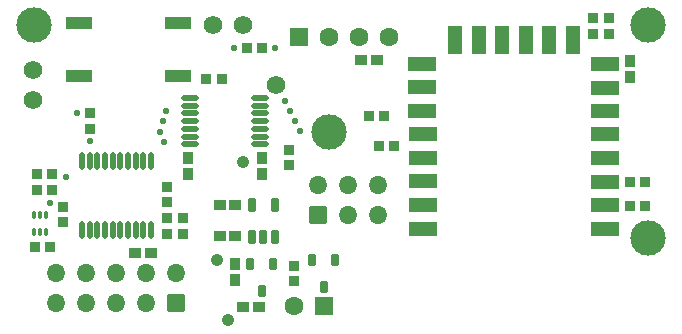
<source format=gbr>
%TF.GenerationSoftware,Altium Limited,Altium Designer,20.1.8 (145)*%
G04 Layer_Color=39423*
%FSLAX45Y45*%
%MOMM*%
%TF.SameCoordinates,A8D28DC8-49F5-44E5-8DCE-E7A12525CE2F*%
%TF.FilePolarity,Negative*%
%TF.FileFunction,Soldermask,Top*%
%TF.Part,Single*%
G01*
G75*
%TA.AperFunction,ViaPad*%
%ADD34C,3.00000*%
%TA.AperFunction,ComponentPad*%
%ADD38C,1.57600*%
G04:AMPARAMS|DCode=39|XSize=1.576mm|YSize=1.526mm|CornerRadius=0.21925mm|HoleSize=0mm|Usage=FLASHONLY|Rotation=0.000|XOffset=0mm|YOffset=0mm|HoleType=Round|Shape=RoundedRectangle|*
%AMROUNDEDRECTD39*
21,1,1.57600,1.08750,0,0,0.0*
21,1,1.13750,1.52600,0,0,0.0*
1,1,0.43850,0.56875,-0.54375*
1,1,0.43850,-0.56875,-0.54375*
1,1,0.43850,-0.56875,0.54375*
1,1,0.43850,0.56875,0.54375*
%
%ADD39ROUNDEDRECTD39*%
%ADD40O,1.57600X1.52600*%
%ADD41C,1.60000*%
G04:AMPARAMS|DCode=42|XSize=1.6mm|YSize=1.6mm|CornerRadius=0.2285mm|HoleSize=0mm|Usage=FLASHONLY|Rotation=180.000|XOffset=0mm|YOffset=0mm|HoleType=Round|Shape=RoundedRectangle|*
%AMROUNDEDRECTD42*
21,1,1.60000,1.14300,0,0,180.0*
21,1,1.14300,1.60000,0,0,180.0*
1,1,0.45700,-0.57150,0.57150*
1,1,0.45700,0.57150,0.57150*
1,1,0.45700,0.57150,-0.57150*
1,1,0.45700,-0.57150,-0.57150*
%
%ADD42ROUNDEDRECTD42*%
%TA.AperFunction,ConnectorPad*%
G04:AMPARAMS|DCode=49|XSize=1.176mm|YSize=2.376mm|CornerRadius=0.0435mm|HoleSize=0mm|Usage=FLASHONLY|Rotation=270.000|XOffset=0mm|YOffset=0mm|HoleType=Round|Shape=RoundedRectangle|*
%AMROUNDEDRECTD49*
21,1,1.17600,2.28900,0,0,270.0*
21,1,1.08900,2.37600,0,0,270.0*
1,1,0.08700,-1.14450,-0.54450*
1,1,0.08700,-1.14450,0.54450*
1,1,0.08700,1.14450,0.54450*
1,1,0.08700,1.14450,-0.54450*
%
%ADD49ROUNDEDRECTD49*%
G04:AMPARAMS|DCode=50|XSize=1.176mm|YSize=2.376mm|CornerRadius=0.0435mm|HoleSize=0mm|Usage=FLASHONLY|Rotation=0.000|XOffset=0mm|YOffset=0mm|HoleType=Round|Shape=RoundedRectangle|*
%AMROUNDEDRECTD50*
21,1,1.17600,2.28900,0,0,0.0*
21,1,1.08900,2.37600,0,0,0.0*
1,1,0.08700,0.54450,-1.14450*
1,1,0.08700,-0.54450,-1.14450*
1,1,0.08700,-0.54450,1.14450*
1,1,0.08700,0.54450,1.14450*
%
%ADD50ROUNDEDRECTD50*%
%TA.AperFunction,SMDPad,CuDef*%
G04:AMPARAMS|DCode=51|XSize=0.926mm|YSize=0.926mm|CornerRadius=0.0805mm|HoleSize=0mm|Usage=FLASHONLY|Rotation=90.000|XOffset=0mm|YOffset=0mm|HoleType=Round|Shape=RoundedRectangle|*
%AMROUNDEDRECTD51*
21,1,0.92600,0.76500,0,0,90.0*
21,1,0.76500,0.92600,0,0,90.0*
1,1,0.16100,0.38250,0.38250*
1,1,0.16100,0.38250,-0.38250*
1,1,0.16100,-0.38250,-0.38250*
1,1,0.16100,-0.38250,0.38250*
%
%ADD51ROUNDEDRECTD51*%
%ADD52O,0.52600X1.47600*%
%ADD53O,1.47600X0.52600*%
G04:AMPARAMS|DCode=54|XSize=0.926mm|YSize=0.926mm|CornerRadius=0.0805mm|HoleSize=0mm|Usage=FLASHONLY|Rotation=0.000|XOffset=0mm|YOffset=0mm|HoleType=Round|Shape=RoundedRectangle|*
%AMROUNDEDRECTD54*
21,1,0.92600,0.76500,0,0,0.0*
21,1,0.76500,0.92600,0,0,0.0*
1,1,0.16100,0.38250,-0.38250*
1,1,0.16100,-0.38250,-0.38250*
1,1,0.16100,-0.38250,0.38250*
1,1,0.16100,0.38250,0.38250*
%
%ADD54ROUNDEDRECTD54*%
%ADD55C,1.07600*%
%ADD56C,0.57600*%
G04:AMPARAMS|DCode=57|XSize=0.626mm|YSize=0.976mm|CornerRadius=0.0655mm|HoleSize=0mm|Usage=FLASHONLY|Rotation=0.000|XOffset=0mm|YOffset=0mm|HoleType=Round|Shape=RoundedRectangle|*
%AMROUNDEDRECTD57*
21,1,0.62600,0.84500,0,0,0.0*
21,1,0.49500,0.97600,0,0,0.0*
1,1,0.13100,0.24750,-0.42250*
1,1,0.13100,-0.24750,-0.42250*
1,1,0.13100,-0.24750,0.42250*
1,1,0.13100,0.24750,0.42250*
%
%ADD57ROUNDEDRECTD57*%
G04:AMPARAMS|DCode=58|XSize=0.926mm|YSize=0.976mm|CornerRadius=0.0805mm|HoleSize=0mm|Usage=FLASHONLY|Rotation=90.000|XOffset=0mm|YOffset=0mm|HoleType=Round|Shape=RoundedRectangle|*
%AMROUNDEDRECTD58*
21,1,0.92600,0.81500,0,0,90.0*
21,1,0.76500,0.97600,0,0,90.0*
1,1,0.16100,0.40750,0.38250*
1,1,0.16100,0.40750,-0.38250*
1,1,0.16100,-0.40750,-0.38250*
1,1,0.16100,-0.40750,0.38250*
%
%ADD58ROUNDEDRECTD58*%
G04:AMPARAMS|DCode=59|XSize=0.926mm|YSize=0.976mm|CornerRadius=0.0805mm|HoleSize=0mm|Usage=FLASHONLY|Rotation=180.000|XOffset=0mm|YOffset=0mm|HoleType=Round|Shape=RoundedRectangle|*
%AMROUNDEDRECTD59*
21,1,0.92600,0.81500,0,0,180.0*
21,1,0.76500,0.97600,0,0,180.0*
1,1,0.16100,-0.38250,0.40750*
1,1,0.16100,0.38250,0.40750*
1,1,0.16100,0.38250,-0.40750*
1,1,0.16100,-0.38250,-0.40750*
%
%ADD59ROUNDEDRECTD59*%
G04:AMPARAMS|DCode=60|XSize=2.176mm|YSize=1.076mm|CornerRadius=0.088mm|HoleSize=0mm|Usage=FLASHONLY|Rotation=180.000|XOffset=0mm|YOffset=0mm|HoleType=Round|Shape=RoundedRectangle|*
%AMROUNDEDRECTD60*
21,1,2.17600,0.90000,0,0,180.0*
21,1,2.00000,1.07600,0,0,180.0*
1,1,0.17600,-1.00000,0.45000*
1,1,0.17600,1.00000,0.45000*
1,1,0.17600,1.00000,-0.45000*
1,1,0.17600,-1.00000,-0.45000*
%
%ADD60ROUNDEDRECTD60*%
G04:AMPARAMS|DCode=61|XSize=0.676mm|YSize=1.126mm|CornerRadius=0.068mm|HoleSize=0mm|Usage=FLASHONLY|Rotation=180.000|XOffset=0mm|YOffset=0mm|HoleType=Round|Shape=RoundedRectangle|*
%AMROUNDEDRECTD61*
21,1,0.67600,0.99000,0,0,180.0*
21,1,0.54000,1.12600,0,0,180.0*
1,1,0.13600,-0.27000,0.49500*
1,1,0.13600,0.27000,0.49500*
1,1,0.13600,0.27000,-0.49500*
1,1,0.13600,-0.27000,-0.49500*
%
%ADD61ROUNDEDRECTD61*%
G04:AMPARAMS|DCode=62|XSize=0.326mm|YSize=0.626mm|CornerRadius=0.0505mm|HoleSize=0mm|Usage=FLASHONLY|Rotation=0.000|XOffset=0mm|YOffset=0mm|HoleType=Round|Shape=RoundedRectangle|*
%AMROUNDEDRECTD62*
21,1,0.32600,0.52500,0,0,0.0*
21,1,0.22500,0.62600,0,0,0.0*
1,1,0.10100,0.11250,-0.26250*
1,1,0.10100,-0.11250,-0.26250*
1,1,0.10100,-0.11250,0.26250*
1,1,0.10100,0.11250,0.26250*
%
%ADD62ROUNDEDRECTD62*%
D34*
X200000Y2600000D02*
D03*
X5400000D02*
D03*
X2700000Y1700000D02*
D03*
X5400000Y800000D02*
D03*
D38*
X190500Y2222500D02*
D03*
X2245360Y2095500D02*
D03*
X190500Y1968500D02*
D03*
X1714500Y2603500D02*
D03*
X1968500D02*
D03*
D39*
X2600960Y995680D02*
D03*
X1398399Y247460D02*
D03*
D40*
X2854960Y995680D02*
D03*
X3108960Y995680D02*
D03*
Y1249680D02*
D03*
X2854960Y1249680D02*
D03*
X2600960Y1249680D02*
D03*
X1144399Y247460D02*
D03*
X890399D02*
D03*
X636399D02*
D03*
X382399D02*
D03*
Y501460D02*
D03*
X636399D02*
D03*
X890399D02*
D03*
X1144399D02*
D03*
X1398399D02*
D03*
D41*
X2397760Y223520D02*
D03*
X3209700Y2500000D02*
D03*
X2955700D02*
D03*
X2701700D02*
D03*
D42*
X2651760Y223520D02*
D03*
X2447700Y2500000D02*
D03*
D49*
X3491456Y878629D02*
D03*
Y1076749D02*
D03*
Y1279949D02*
D03*
Y1478069D02*
D03*
Y1678729D02*
D03*
X3488916Y1879389D02*
D03*
Y2077509D02*
D03*
X5031016Y2275629D02*
D03*
Y1876849D02*
D03*
Y1678729D02*
D03*
Y1475529D02*
D03*
Y1277409D02*
D03*
Y1076749D02*
D03*
X3488916Y2278169D02*
D03*
X5031016Y2074969D02*
D03*
Y878629D02*
D03*
D50*
X3760856Y2473909D02*
D03*
X3964056D02*
D03*
X4162176D02*
D03*
X4365376D02*
D03*
X4563496D02*
D03*
X4761616D02*
D03*
D51*
X5066260Y2529840D02*
D03*
X4936260D02*
D03*
X5066260Y2661920D02*
D03*
X4936260D02*
D03*
X3120249Y1576572D02*
D03*
X3250249D02*
D03*
X354328Y1211072D02*
D03*
X224328D02*
D03*
X224327Y1340717D02*
D03*
X354327D02*
D03*
X339328Y723900D02*
D03*
X209328D02*
D03*
X1790178Y2146738D02*
D03*
X1660178D02*
D03*
X5376709Y1069270D02*
D03*
X5246709D02*
D03*
X5376709Y1277409D02*
D03*
X5246709D02*
D03*
X2133769Y2410478D02*
D03*
X2003769D02*
D03*
X3166659Y1835805D02*
D03*
X3036659D02*
D03*
D52*
X1191580Y1453300D02*
D03*
X1126580D02*
D03*
X1061580D02*
D03*
X996580D02*
D03*
X931580D02*
D03*
X866580D02*
D03*
X801580D02*
D03*
X736580D02*
D03*
X671580D02*
D03*
X606580D02*
D03*
X1191580Y868300D02*
D03*
X1126580D02*
D03*
X1061580D02*
D03*
X996580D02*
D03*
X931580D02*
D03*
X866580D02*
D03*
X801580D02*
D03*
X736580D02*
D03*
X671580D02*
D03*
X606580D02*
D03*
D53*
X1522800Y1985000D02*
D03*
Y1920000D02*
D03*
Y1855000D02*
D03*
Y1790000D02*
D03*
Y1725000D02*
D03*
Y1660000D02*
D03*
Y1595000D02*
D03*
X2112800Y1985000D02*
D03*
Y1920000D02*
D03*
Y1855000D02*
D03*
Y1790000D02*
D03*
Y1725000D02*
D03*
Y1660000D02*
D03*
Y1595000D02*
D03*
D54*
X1328760Y967500D02*
D03*
Y837500D02*
D03*
X2397761Y437860D02*
D03*
Y567860D02*
D03*
X1328760Y1236575D02*
D03*
Y1106575D02*
D03*
X671580Y1856872D02*
D03*
Y1726872D02*
D03*
X1460500Y967500D02*
D03*
Y837500D02*
D03*
X447040Y1064260D02*
D03*
Y934260D02*
D03*
X2357120Y1549400D02*
D03*
Y1419400D02*
D03*
D55*
X1839892Y109220D02*
D03*
X1747378Y612654D02*
D03*
X1966775Y1445980D02*
D03*
D56*
X1267745Y1699189D02*
D03*
X1322076Y1878524D02*
D03*
X1292090Y1790000D02*
D03*
X1299430Y1610546D02*
D03*
X2412753Y1790124D02*
D03*
X468508Y1320468D02*
D03*
X2326393Y1959925D02*
D03*
X336308Y1094934D02*
D03*
X2369573Y1875593D02*
D03*
X2453393Y1704771D02*
D03*
X1897768Y2410478D02*
D03*
X2241495D02*
D03*
X671580Y1619665D02*
D03*
X561340Y1856872D02*
D03*
D57*
X2651760Y388340D02*
D03*
X2556760Y618340D02*
D03*
X2746760D02*
D03*
X2127800Y350321D02*
D03*
X2032800Y580321D02*
D03*
X2222800D02*
D03*
D58*
X1189360Y677553D02*
D03*
X1054360D02*
D03*
X2107680Y218440D02*
D03*
X1972680D02*
D03*
X1906220Y819841D02*
D03*
X1771220D02*
D03*
X1906220Y1079840D02*
D03*
X1771220D02*
D03*
X3100260Y2303780D02*
D03*
X2965260D02*
D03*
D59*
X1898600Y580321D02*
D03*
Y445321D02*
D03*
X5246709Y2299264D02*
D03*
Y2164264D02*
D03*
X2134370Y1478280D02*
D03*
Y1343280D02*
D03*
X1502480Y1478280D02*
D03*
Y1343280D02*
D03*
D60*
X1420000Y2175000D02*
D03*
X580000D02*
D03*
X1420000Y2625000D02*
D03*
X580000D02*
D03*
D61*
X2047800Y809840D02*
D03*
X2142800D02*
D03*
X2237800D02*
D03*
Y1079840D02*
D03*
X2047800D02*
D03*
D62*
X298928Y997584D02*
D03*
X248928D02*
D03*
X198928D02*
D03*
Y852584D02*
D03*
X248928D02*
D03*
X298928D02*
D03*
%TF.MD5,3b96fd4d7600cabdadafc900c53e5e76*%
M02*

</source>
